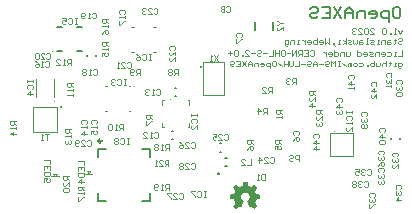
<source format=gbo>
G04*
G04 #@! TF.GenerationSoftware,Altium Limited,Altium Designer,23.6.0 (18)*
G04*
G04 Layer_Color=32896*
%FSLAX44Y44*%
%MOMM*%
G71*
G04*
G04 #@! TF.SameCoordinates,CC53E28F-54C9-42A3-9587-E9B5384F7771*
G04*
G04*
G04 #@! TF.FilePolarity,Positive*
G04*
G01*
G75*
%ADD10C,0.1000*%
%ADD13C,0.2500*%
%ADD14C,0.2000*%
G36*
X295969Y116209D02*
X295591Y116149D01*
X295452Y116050D01*
X295392Y115871D01*
X295432Y112649D01*
X295491Y112589D01*
X295809Y112509D01*
X296148Y112450D01*
X296346Y112410D01*
X296585Y112370D01*
X296983Y112290D01*
X297222Y112251D01*
X297620Y112171D01*
X297858Y112131D01*
X298057Y112092D01*
X298296Y112052D01*
X298495Y112012D01*
X298654Y111972D01*
X298773Y111893D01*
X298873Y111634D01*
X299668Y109645D01*
X299768Y109307D01*
X299728Y109227D01*
X299529Y108949D01*
X299489Y108869D01*
X299091Y108312D01*
X299052Y108233D01*
X298654Y107676D01*
X298614Y107596D01*
X298216Y107039D01*
X298176Y106960D01*
X297978Y106681D01*
X298017Y106443D01*
X300305Y104155D01*
X300424Y104115D01*
X301140Y104593D01*
X301419Y104792D01*
X301498Y104831D01*
X302055Y105229D01*
X302135Y105269D01*
X302413Y105468D01*
X302493Y105508D01*
X302572Y105587D01*
X302652Y105627D01*
X302931Y105826D01*
X303129Y105906D01*
X304442Y105269D01*
X304542Y105368D01*
X304581Y105528D01*
X304741Y105886D01*
X304820Y106085D01*
X304939Y106363D01*
X305099Y106761D01*
X305218Y107039D01*
X305298Y107238D01*
X305417Y107517D01*
X305576Y107914D01*
X305695Y108193D01*
X305775Y108392D01*
X305894Y108670D01*
X306053Y109068D01*
X306173Y109347D01*
X306252Y109546D01*
X306372Y109824D01*
X306451Y110023D01*
X306570Y110302D01*
X306809Y110898D01*
X306670Y111077D01*
X306392Y111236D01*
X305894Y111614D01*
X305715Y111793D01*
X305636Y111833D01*
X305576Y111893D01*
X305536Y111972D01*
X305377Y112131D01*
X305337Y112211D01*
X305258Y112290D01*
X305218Y112370D01*
X305059Y112609D01*
X304860Y113046D01*
X304741Y113444D01*
X304661Y113922D01*
X304621Y114200D01*
X304661Y114916D01*
X304701Y115035D01*
X304760Y115294D01*
X304800Y115453D01*
X305059Y116030D01*
X305397Y116527D01*
X305496Y116666D01*
X305914Y117084D01*
X305994Y117124D01*
X306073Y117204D01*
X306153Y117243D01*
X306232Y117323D01*
X306988Y117681D01*
X307267Y117760D01*
X307585Y117840D01*
X308102Y117880D01*
X308858Y117840D01*
X308977Y117800D01*
X309136Y117760D01*
X309395Y117661D01*
X309713Y117542D01*
X310111Y117303D01*
X310350Y117144D01*
X310409Y117084D01*
X310489Y117044D01*
X310947Y116587D01*
X310986Y116507D01*
X311265Y116110D01*
X311503Y115592D01*
X311663Y115035D01*
X311702Y114638D01*
X311742Y114359D01*
X311682Y113743D01*
X311643Y113544D01*
X311603Y113385D01*
X311444Y112947D01*
X311265Y112569D01*
X311106Y112330D01*
X311066Y112251D01*
X310947Y112131D01*
X310907Y112052D01*
X310370Y111515D01*
X310290Y111475D01*
X309733Y111077D01*
X309654Y111037D01*
X309554Y110938D01*
X309614Y110719D01*
X309753Y110381D01*
X309872Y110103D01*
X309952Y109904D01*
X310071Y109625D01*
X310230Y109227D01*
X310350Y108949D01*
X310429Y108750D01*
X310549Y108471D01*
X310708Y108074D01*
X310827Y107795D01*
X310907Y107596D01*
X311026Y107318D01*
X311106Y107119D01*
X311225Y106840D01*
X311384Y106443D01*
X311503Y106164D01*
X311583Y105965D01*
X311702Y105687D01*
X311782Y105488D01*
X311901Y105289D01*
X312001Y105269D01*
X312438Y105508D01*
X313274Y105906D01*
X313771Y105567D01*
X314248Y105249D01*
X314547Y105030D01*
X314626Y104991D01*
X314905Y104792D01*
X314984Y104752D01*
X315064Y104672D01*
X315144Y104633D01*
X315422Y104434D01*
X315501Y104394D01*
X315860Y104155D01*
X315959Y104135D01*
X316178Y104275D01*
X318346Y106443D01*
X318386Y106602D01*
X318346Y106721D01*
X317948Y107278D01*
X317908Y107358D01*
X317511Y107914D01*
X317471Y107994D01*
X317272Y108273D01*
X317232Y108352D01*
X317153Y108432D01*
X317113Y108511D01*
X316914Y108790D01*
X316874Y108869D01*
X316595Y109267D01*
X316635Y109546D01*
X316794Y109904D01*
X317511Y111694D01*
X317670Y111972D01*
X318266Y112092D01*
X318505Y112131D01*
X318903Y112211D01*
X319142Y112251D01*
X319340Y112290D01*
X319579Y112330D01*
X319977Y112410D01*
X320216Y112450D01*
X320415Y112489D01*
X320653Y112529D01*
X320812Y112569D01*
X320932Y112649D01*
X320892Y116070D01*
X320832Y116130D01*
X320156Y116249D01*
X319997Y116289D01*
X319718Y116328D01*
X319559Y116368D01*
X319082Y116448D01*
X318923Y116488D01*
X318644Y116527D01*
X318485Y116567D01*
X318008Y116647D01*
X317849Y116686D01*
X317590Y116746D01*
X317511Y116826D01*
X316556Y119053D01*
X316516Y119213D01*
X316556Y119372D01*
X316954Y119929D01*
X316993Y120008D01*
X317391Y120565D01*
X317431Y120645D01*
X317630Y120923D01*
X317670Y121003D01*
X317749Y121082D01*
X317789Y121162D01*
X317988Y121440D01*
X318028Y121520D01*
X318386Y122037D01*
X318346Y122236D01*
X316019Y124563D01*
X315820Y124523D01*
X315541Y124325D01*
X315462Y124285D01*
X315382Y124205D01*
X315303Y124165D01*
X315024Y123967D01*
X314945Y123927D01*
X314388Y123529D01*
X314308Y123489D01*
X313751Y123091D01*
X313671Y123052D01*
X313115Y122654D01*
X312796Y122694D01*
X312438Y122853D01*
X311842Y123091D01*
X311563Y123211D01*
X311165Y123370D01*
X310887Y123489D01*
X310608Y123648D01*
X310549Y123827D01*
X310509Y124106D01*
X310469Y124265D01*
X310429Y124543D01*
X310389Y124703D01*
X310310Y125180D01*
X310270Y125339D01*
X310230Y125618D01*
X310191Y125777D01*
X310111Y126254D01*
X310071Y126413D01*
X309992Y126890D01*
X309872Y127089D01*
X306511Y127109D01*
X306372Y126970D01*
X306312Y126552D01*
X306272Y126353D01*
X306232Y126115D01*
X306153Y125717D01*
X306113Y125478D01*
X306033Y125080D01*
X305994Y124842D01*
X305954Y124643D01*
X305914Y124404D01*
X305835Y124006D01*
X305795Y123768D01*
X305735Y123628D01*
X305675Y123569D01*
X305278Y123410D01*
X304999Y123290D01*
X304402Y123052D01*
X304124Y122932D01*
X303726Y122773D01*
X303448Y122654D01*
X303209Y122694D01*
X302931Y122892D01*
X302851Y122932D01*
X302294Y123330D01*
X302214Y123370D01*
X301657Y123768D01*
X301578Y123807D01*
X301021Y124205D01*
X300941Y124245D01*
X300464Y124563D01*
X300305Y124523D01*
X297978Y122196D01*
X298017Y121958D01*
X298097Y121878D01*
X298137Y121798D01*
X298336Y121520D01*
X298375Y121440D01*
X298773Y120883D01*
X298813Y120804D01*
X299211Y120247D01*
X299251Y120167D01*
X299648Y119610D01*
X299688Y119531D01*
X299847Y119292D01*
X299808Y119053D01*
X299648Y118695D01*
X298932Y117025D01*
X298773Y116746D01*
X298614Y116706D01*
X298375Y116666D01*
X297978Y116587D01*
X297739Y116547D01*
X297341Y116468D01*
X297102Y116428D01*
X296903Y116388D01*
X296665Y116348D01*
X296267Y116269D01*
X296028Y116229D01*
X296008Y116209D01*
X295969D01*
D02*
G37*
D10*
X146750Y195249D02*
G03*
X146750Y195249I-500J0D01*
G01*
X208552Y236954D02*
G03*
X208552Y236954I-500J0D01*
G01*
X244700Y196600D02*
G03*
X244700Y196600I-500J0D01*
G01*
X214750Y207750D02*
G03*
X214750Y207750I-500J0D01*
G01*
X145300Y237500D02*
G03*
X145300Y237500I-500J0D01*
G01*
X383800Y170000D02*
G03*
X383800Y170000I-100J0D01*
G01*
X271900Y200600D02*
Y228400D01*
X289700D01*
X271900Y200600D02*
X289700D01*
Y228400D01*
X128000Y169250D02*
X149000D01*
X128000D02*
Y190250D01*
X149000D01*
Y169250D02*
Y190250D01*
X146250Y198749D02*
Y214249D01*
X130750Y198749D02*
Y214249D01*
X229852Y257954D02*
X232552D01*
X211552D02*
X214252D01*
X229852Y236954D02*
X232552D01*
X211552D02*
X214252D01*
X237754Y196072D02*
X239254D01*
X259254D02*
X260754D01*
X237754Y173072D02*
X239254D01*
X259254D02*
X260754D01*
X237754Y192372D02*
Y196072D01*
Y173072D02*
Y176772D01*
X260754Y192372D02*
Y196072D01*
Y173072D02*
Y176772D01*
X189750Y186750D02*
X190700D01*
X209800D02*
X210750D01*
X189750Y207750D02*
X190700D01*
X209800D02*
X210750D01*
X379645Y168749D02*
X399645D01*
X379645Y148749D02*
Y168749D01*
Y148749D02*
X399645D01*
Y168749D01*
X144000Y131700D02*
X150000D01*
X145500Y133700D02*
X147000Y131700D01*
X148500Y133700D01*
X145500D02*
X148500D01*
X172500Y133750D02*
X178500D01*
X174000Y135750D02*
X175500Y133750D01*
X177000Y135750D01*
X174000D02*
X177000D01*
X440500Y238598D02*
Y233600D01*
X437168D01*
X435502D02*
X433835D01*
X434669D01*
Y236932D01*
X435502D01*
X428004D02*
X430503D01*
X431336Y236099D01*
Y234433D01*
X430503Y233600D01*
X428004D01*
X423839D02*
X425505D01*
X426338Y234433D01*
Y236099D01*
X425505Y236932D01*
X423839D01*
X423006Y236099D01*
Y235266D01*
X426338D01*
X421340Y233600D02*
Y236932D01*
X418840D01*
X418007Y236099D01*
Y233600D01*
X416341D02*
X413842D01*
X413009Y234433D01*
X413842Y235266D01*
X415508D01*
X416341Y236099D01*
X415508Y236932D01*
X413009D01*
X408844Y233600D02*
X410510D01*
X411343Y234433D01*
Y236099D01*
X410510Y236932D01*
X408844D01*
X408011Y236099D01*
Y235266D01*
X411343D01*
X403012Y238598D02*
Y233600D01*
X405511D01*
X406344Y234433D01*
Y236099D01*
X405511Y236932D01*
X403012D01*
X396348D02*
Y234433D01*
X395515Y233600D01*
X393016D01*
Y236932D01*
X391349Y233600D02*
Y236932D01*
X388850D01*
X388017Y236099D01*
Y233600D01*
X383019Y238598D02*
Y233600D01*
X385518D01*
X386351Y234433D01*
Y236099D01*
X385518Y236932D01*
X383019D01*
X378853Y233600D02*
X380520D01*
X381353Y234433D01*
Y236099D01*
X380520Y236932D01*
X378853D01*
X378020Y236099D01*
Y235266D01*
X381353D01*
X376354Y236932D02*
Y233600D01*
Y235266D01*
X375521Y236099D01*
X374688Y236932D01*
X373855D01*
X363025Y237765D02*
X363858Y238598D01*
X365524D01*
X366358Y237765D01*
Y234433D01*
X365524Y233600D01*
X363858D01*
X363025Y234433D01*
X358027Y238598D02*
X361359D01*
Y233600D01*
X358027D01*
X361359Y236099D02*
X359693D01*
X356361Y233600D02*
Y238598D01*
X353862D01*
X353029Y237765D01*
Y236099D01*
X353862Y235266D01*
X356361D01*
X354695D02*
X353029Y233600D01*
X351362D02*
Y238598D01*
X348030Y233600D01*
Y238598D01*
X346364Y236099D02*
X343032D01*
X338867Y238598D02*
X340533D01*
X341366Y237765D01*
Y234433D01*
X340533Y233600D01*
X338867D01*
X338033Y234433D01*
Y237765D01*
X338867Y238598D01*
X336367D02*
Y233600D01*
Y236099D01*
X333035D01*
Y238598D01*
Y233600D01*
X331369Y238598D02*
Y233600D01*
X328037D01*
X326371Y236099D02*
X323038D01*
X318040Y237765D02*
X318873Y238598D01*
X320539D01*
X321372Y237765D01*
Y236932D01*
X320539Y236099D01*
X318873D01*
X318040Y235266D01*
Y234433D01*
X318873Y233600D01*
X320539D01*
X321372Y234433D01*
X316374Y236099D02*
X313042D01*
X308043Y233600D02*
X311376D01*
X308043Y236932D01*
Y237765D01*
X308876Y238598D01*
X310543D01*
X311376Y237765D01*
X306377Y233600D02*
Y234433D01*
X305544D01*
Y233600D01*
X306377D01*
X302212Y237765D02*
X301379Y238598D01*
X299713D01*
X298880Y237765D01*
Y234433D01*
X299713Y233600D01*
X301379D01*
X302212Y234433D01*
Y237765D01*
X297213Y236099D02*
X293881D01*
X295547Y237765D02*
Y234433D01*
X437168Y247831D02*
X438001Y248664D01*
X439667D01*
X440500Y247831D01*
Y246998D01*
X439667Y246165D01*
X438001D01*
X437168Y245332D01*
Y244499D01*
X438001Y243666D01*
X439667D01*
X440500Y244499D01*
X434669Y247831D02*
Y246998D01*
X435502D01*
X433835D01*
X434669D01*
Y244499D01*
X433835Y243666D01*
X430503Y246998D02*
X428837D01*
X428004Y246165D01*
Y243666D01*
X430503D01*
X431336Y244499D01*
X430503Y245332D01*
X428004D01*
X426338Y243666D02*
Y246998D01*
X423839D01*
X423006Y246165D01*
Y243666D01*
X421340D02*
X419674D01*
X420507D01*
Y246998D01*
X421340D01*
X417174Y243666D02*
X414675D01*
X413842Y244499D01*
X414675Y245332D01*
X416341D01*
X417174Y246165D01*
X416341Y246998D01*
X413842D01*
X412176Y243666D02*
X410510D01*
X411343D01*
Y248664D01*
X412176D01*
X407178Y246998D02*
X405511D01*
X404678Y246165D01*
Y243666D01*
X407178D01*
X408011Y244499D01*
X407178Y245332D01*
X404678D01*
X403012Y246998D02*
Y244499D01*
X402179Y243666D01*
X401346Y244499D01*
X400513Y243666D01*
X399680Y244499D01*
Y246998D01*
X398014Y243666D02*
X395515D01*
X394682Y244499D01*
X395515Y245332D01*
X397181D01*
X398014Y246165D01*
X397181Y246998D01*
X394682D01*
X393016Y243666D02*
Y248664D01*
Y245332D02*
X390516Y246998D01*
X393016Y245332D02*
X390516Y243666D01*
X388017D02*
X386351D01*
X387184D01*
Y246998D01*
X388017D01*
X383019Y242833D02*
X382186Y243666D01*
Y244499D01*
X383019D01*
Y243666D01*
X382186D01*
X383019Y242833D01*
X383852Y242000D01*
X378853Y248664D02*
Y243666D01*
X377187Y245332D01*
X375521Y243666D01*
Y248664D01*
X371356Y243666D02*
X373022D01*
X373855Y244499D01*
Y246165D01*
X373022Y246998D01*
X371356D01*
X370523Y246165D01*
Y245332D01*
X373855D01*
X368857Y248664D02*
Y243666D01*
X366357D01*
X365524Y244499D01*
Y245332D01*
Y246165D01*
X366357Y246998D01*
X368857D01*
X361359Y243666D02*
X363025D01*
X363858Y244499D01*
Y246165D01*
X363025Y246998D01*
X361359D01*
X360526Y246165D01*
Y245332D01*
X363858D01*
X358860Y246998D02*
Y243666D01*
Y245332D01*
X358027Y246165D01*
X357194Y246998D01*
X356361D01*
X353862Y243666D02*
X352196D01*
X353029D01*
Y246998D01*
X353862D01*
X349696Y243666D02*
Y246998D01*
X347197D01*
X346364Y246165D01*
Y243666D01*
X343032Y242000D02*
X342199D01*
X341366Y242833D01*
Y246998D01*
X343865D01*
X344698Y246165D01*
Y244499D01*
X343865Y243666D01*
X341366D01*
X438834Y223000D02*
X438001D01*
X437168Y223833D01*
Y227998D01*
X439667D01*
X440500Y227165D01*
Y225499D01*
X439667Y224666D01*
X437168D01*
X435502D02*
X433835D01*
X434669D01*
Y227998D01*
X435502D01*
X430503Y228831D02*
Y227998D01*
X431336D01*
X429670D01*
X430503D01*
Y225499D01*
X429670Y224666D01*
X427171Y229664D02*
Y224666D01*
Y227165D01*
X426338Y227998D01*
X424672D01*
X423839Y227165D01*
Y224666D01*
X422173Y227998D02*
Y225499D01*
X421340Y224666D01*
X418840D01*
Y227998D01*
X417174Y229664D02*
Y224666D01*
X414675D01*
X413842Y225499D01*
Y226332D01*
Y227165D01*
X414675Y227998D01*
X417174D01*
X412176Y224666D02*
Y225499D01*
X411343D01*
Y224666D01*
X412176D01*
X404678Y227998D02*
X407178D01*
X408011Y227165D01*
Y225499D01*
X407178Y224666D01*
X404678D01*
X402179D02*
X400513D01*
X399680Y225499D01*
Y227165D01*
X400513Y227998D01*
X402179D01*
X403012Y227165D01*
Y225499D01*
X402179Y224666D01*
X398014D02*
Y227998D01*
X397181D01*
X396348Y227165D01*
Y224666D01*
Y227165D01*
X395515Y227998D01*
X394682Y227165D01*
Y224666D01*
X393016D02*
X389683Y227998D01*
X388017Y229664D02*
X386351D01*
X387184D01*
Y224666D01*
X388017D01*
X386351D01*
X383852D02*
Y229664D01*
X382186Y227998D01*
X380520Y229664D01*
Y224666D01*
X375521Y228831D02*
X376354Y229664D01*
X378020D01*
X378853Y228831D01*
Y227998D01*
X378020Y227165D01*
X376354D01*
X375521Y226332D01*
Y225499D01*
X376354Y224666D01*
X378020D01*
X378853Y225499D01*
X373855Y227165D02*
X370523D01*
X368857Y224666D02*
Y227998D01*
X367191Y229664D01*
X365524Y227998D01*
Y224666D01*
Y227165D01*
X368857D01*
X360526Y228831D02*
X361359Y229664D01*
X363025D01*
X363858Y228831D01*
Y227998D01*
X363025Y227165D01*
X361359D01*
X360526Y226332D01*
Y225499D01*
X361359Y224666D01*
X363025D01*
X363858Y225499D01*
X358860Y227165D02*
X355528D01*
X353862Y229664D02*
Y224666D01*
X350529D01*
X348863Y229664D02*
Y225499D01*
X348030Y224666D01*
X346364D01*
X345531Y225499D01*
Y229664D01*
X343865D02*
Y224666D01*
Y227165D01*
X340533D01*
Y229664D01*
Y224666D01*
X338867D02*
X335534Y227998D01*
X331369Y229664D02*
X333035D01*
X333868Y228831D01*
Y225499D01*
X333035Y224666D01*
X331369D01*
X330536Y225499D01*
Y228831D01*
X331369Y229664D01*
X328870Y223000D02*
Y227998D01*
X326371D01*
X325538Y227165D01*
Y225499D01*
X326371Y224666D01*
X328870D01*
X321372D02*
X323038D01*
X323871Y225499D01*
Y227165D01*
X323038Y227998D01*
X321372D01*
X320539Y227165D01*
Y226332D01*
X323871D01*
X318873Y224666D02*
Y227998D01*
X316374D01*
X315541Y227165D01*
Y224666D01*
X313875D02*
Y227998D01*
X312209Y229664D01*
X310543Y227998D01*
Y224666D01*
Y227165D01*
X313875D01*
X308876Y229664D02*
X305544Y224666D01*
Y229664D02*
X308876Y224666D01*
X300546Y229664D02*
X303878D01*
Y224666D01*
X300546D01*
X303878Y227165D02*
X302212D01*
X295547Y228831D02*
X296380Y229664D01*
X298046D01*
X298880Y228831D01*
Y227998D01*
X298046Y227165D01*
X296380D01*
X295547Y226332D01*
Y225499D01*
X296380Y224666D01*
X298046D01*
X298880Y225499D01*
X440500Y255665D02*
X438834Y252333D01*
X437168Y255665D01*
X435502Y252333D02*
X433835D01*
X434669D01*
Y257331D01*
X435502Y256498D01*
X431336Y252333D02*
Y253166D01*
X430503D01*
Y252333D01*
X431336D01*
X427171Y256498D02*
X426338Y257331D01*
X424672D01*
X423839Y256498D01*
Y253166D01*
X424672Y252333D01*
X426338D01*
X427171Y253166D01*
Y256498D01*
X413842Y252333D02*
X417174D01*
X413842Y255665D01*
Y256498D01*
X414675Y257331D01*
X416341D01*
X417174Y256498D01*
X412176D02*
X411343Y257331D01*
X409677D01*
X408844Y256498D01*
Y253166D01*
X409677Y252333D01*
X411343D01*
X412176Y253166D01*
Y256498D01*
X403845Y252333D02*
X407178D01*
X403845Y255665D01*
Y256498D01*
X404678Y257331D01*
X406344D01*
X407178Y256498D01*
X402179D02*
X401346Y257331D01*
X399680D01*
X398847Y256498D01*
Y255665D01*
X399680Y254832D01*
X400513D01*
X399680D01*
X398847Y253999D01*
Y253166D01*
X399680Y252333D01*
X401346D01*
X402179Y253166D01*
X269900Y224400D02*
Y225233D01*
X270733D01*
Y224400D01*
X269900D01*
X152100Y190250D02*
Y191083D01*
X151267D01*
Y190250D01*
X152100D01*
X312800Y146298D02*
Y141300D01*
X309468D01*
X304469D02*
X307802D01*
X304469Y144632D01*
Y145465D01*
X305303Y146298D01*
X306969D01*
X307802Y145465D01*
X324760Y133498D02*
Y128500D01*
X322261D01*
X321428Y129333D01*
Y132665D01*
X322261Y133498D01*
X324760D01*
X319762Y128500D02*
X318095D01*
X318929D01*
Y133498D01*
X319762Y132665D01*
X274500Y119198D02*
X272834D01*
X273667D01*
Y114200D01*
X274500D01*
X272834D01*
X267002Y118365D02*
X267836Y119198D01*
X269502D01*
X270335Y118365D01*
Y115033D01*
X269502Y114200D01*
X267836D01*
X267002Y115033D01*
X265336Y119198D02*
X262004D01*
Y118365D01*
X265336Y115033D01*
Y114200D01*
X158900Y132000D02*
X153902D01*
Y129501D01*
X154735Y128668D01*
X156401D01*
X157234Y129501D01*
Y132000D01*
Y130334D02*
X158900Y128668D01*
Y123669D02*
Y127002D01*
X155568Y123669D01*
X154735D01*
X153902Y124502D01*
Y126169D01*
X154735Y127002D01*
Y122003D02*
X153902Y121170D01*
Y119504D01*
X154735Y118671D01*
X158067D01*
X158900Y119504D01*
Y121170D01*
X158067Y122003D01*
X154735D01*
X326600Y184100D02*
Y189098D01*
X324101D01*
X323268Y188265D01*
Y186599D01*
X324101Y185766D01*
X326600D01*
X324934D02*
X323268Y184100D01*
X319102D02*
Y189098D01*
X321602Y186599D01*
X318269D01*
X141800Y167098D02*
X138468D01*
X140134D01*
Y162100D01*
X136802D02*
X135135D01*
X135969D01*
Y167098D01*
X136802Y166265D01*
X285000Y234526D02*
X281668Y229527D01*
Y234526D02*
X285000Y229527D01*
X280002D02*
X278335D01*
X279169D01*
Y234526D01*
X280002Y233693D01*
X314900Y162600D02*
X309902D01*
Y160101D01*
X310735Y159268D01*
X312401D01*
X313234Y160101D01*
Y162600D01*
Y160934D02*
X314900Y159268D01*
X309902Y154269D02*
X310735Y155935D01*
X312401Y157602D01*
X314067D01*
X314900Y156769D01*
Y155103D01*
X314067Y154269D01*
X313234D01*
X312401Y155103D01*
Y157602D01*
X338500Y162700D02*
X333502D01*
Y160201D01*
X334335Y159368D01*
X336001D01*
X336834Y160201D01*
Y162700D01*
Y161034D02*
X338500Y159368D01*
X333502Y154369D02*
Y157702D01*
X336001D01*
X335168Y156035D01*
Y155203D01*
X336001Y154369D01*
X337667D01*
X338500Y155203D01*
Y156869D01*
X337667Y157702D01*
X367000Y204000D02*
X362002D01*
Y201501D01*
X362835Y200668D01*
X364501D01*
X365334Y201501D01*
Y204000D01*
Y202334D02*
X367000Y200668D01*
Y195669D02*
Y199002D01*
X363668Y195669D01*
X362835D01*
X362002Y196502D01*
Y198169D01*
X362835Y199002D01*
X367000Y191504D02*
X362002D01*
X364501Y194003D01*
Y190671D01*
X353200Y144500D02*
Y149498D01*
X350701D01*
X349868Y148665D01*
Y146999D01*
X350701Y146166D01*
X353200D01*
X344869Y148665D02*
X345703Y149498D01*
X347369D01*
X348202Y148665D01*
Y147832D01*
X347369Y146999D01*
X345703D01*
X344869Y146166D01*
Y145333D01*
X345703Y144500D01*
X347369D01*
X348202Y145333D01*
X372900Y187400D02*
X367902D01*
Y184901D01*
X368735Y184068D01*
X370401D01*
X371234Y184901D01*
Y187400D01*
Y185734D02*
X372900Y184068D01*
Y179069D02*
Y182402D01*
X369568Y179069D01*
X368735D01*
X367902Y179902D01*
Y181569D01*
X368735Y182402D01*
Y177403D02*
X367902Y176570D01*
Y174904D01*
X368735Y174071D01*
X369568D01*
X370401Y174904D01*
Y175737D01*
Y174904D01*
X371234Y174071D01*
X372067D01*
X372900Y174904D01*
Y176570D01*
X372067Y177403D01*
X385635Y194768D02*
X384802Y195601D01*
Y197267D01*
X385635Y198100D01*
X388967D01*
X389800Y197267D01*
Y195601D01*
X388967Y194768D01*
X389800Y190602D02*
X384802D01*
X387301Y193102D01*
Y189769D01*
X385635Y188103D02*
X384802Y187270D01*
Y185604D01*
X385635Y184771D01*
X386468D01*
X387301Y185604D01*
Y186437D01*
Y185604D01*
X388134Y184771D01*
X388967D01*
X389800Y185604D01*
Y187270D01*
X388967Y188103D01*
X366185Y163737D02*
X365352Y164570D01*
Y166236D01*
X366185Y167069D01*
X369517D01*
X370350Y166236D01*
Y164570D01*
X369517Y163737D01*
X370350Y159572D02*
X365352D01*
X367851Y162071D01*
Y158739D01*
X370350Y154573D02*
X365352D01*
X367851Y157073D01*
Y153741D01*
X393672Y186811D02*
Y185145D01*
Y185978D01*
X398670D01*
Y186811D01*
Y185145D01*
X394505Y179313D02*
X393672Y180146D01*
Y181812D01*
X394505Y182646D01*
X397837D01*
X398670Y181812D01*
Y180146D01*
X397837Y179313D01*
X398670Y177647D02*
Y175981D01*
Y176814D01*
X393672D01*
X394505Y177647D01*
X398670Y170150D02*
Y173482D01*
X395338Y170150D01*
X394505D01*
X393672Y170983D01*
Y172649D01*
X394505Y173482D01*
X351295Y209750D02*
Y214748D01*
X348795D01*
X347962Y213915D01*
Y212249D01*
X348795Y211416D01*
X351295D01*
X349628D02*
X347962Y209750D01*
X346296Y213915D02*
X345463Y214748D01*
X343797D01*
X342964Y213915D01*
Y213082D01*
X343797Y212249D01*
X344630D01*
X343797D01*
X342964Y211416D01*
Y210583D01*
X343797Y209750D01*
X345463D01*
X346296Y210583D01*
X330900Y202200D02*
Y207198D01*
X328401D01*
X327568Y206365D01*
Y204699D01*
X328401Y203866D01*
X330900D01*
X329234D02*
X327568Y202200D01*
X322569D02*
X325902D01*
X322569Y205532D01*
Y206365D01*
X323402Y207198D01*
X325069D01*
X325902Y206365D01*
X396235Y213968D02*
X395402Y214801D01*
Y216467D01*
X396235Y217300D01*
X399567D01*
X400400Y216467D01*
Y214801D01*
X399567Y213968D01*
X400400Y209802D02*
X395402D01*
X397901Y212302D01*
Y208969D01*
X400400Y207303D02*
Y205637D01*
Y206470D01*
X395402D01*
X396235Y207303D01*
X415035Y208368D02*
X414202Y209201D01*
Y210867D01*
X415035Y211700D01*
X418367D01*
X419200Y210867D01*
Y209201D01*
X418367Y208368D01*
X419200Y204202D02*
X414202D01*
X416701Y206702D01*
Y203369D01*
X419200Y198371D02*
Y201703D01*
X415868Y198371D01*
X415035D01*
X414202Y199204D01*
Y200870D01*
X415035Y201703D01*
X410968Y137065D02*
X411801Y137898D01*
X413467D01*
X414300Y137065D01*
Y133733D01*
X413467Y132900D01*
X411801D01*
X410968Y133733D01*
X409302Y137065D02*
X408469Y137898D01*
X406802D01*
X405969Y137065D01*
Y136232D01*
X406802Y135399D01*
X407635D01*
X406802D01*
X405969Y134566D01*
Y133733D01*
X406802Y132900D01*
X408469D01*
X409302Y133733D01*
X400971Y137898D02*
X404303D01*
Y135399D01*
X402637Y136232D01*
X401804D01*
X400971Y135399D01*
Y133733D01*
X401804Y132900D01*
X403470D01*
X404303Y133733D01*
X413835Y114568D02*
X413002Y115401D01*
Y117067D01*
X413835Y117900D01*
X417167D01*
X418000Y117067D01*
Y115401D01*
X417167Y114568D01*
X413835Y112902D02*
X413002Y112069D01*
Y110402D01*
X413835Y109569D01*
X414668D01*
X415501Y110402D01*
Y111236D01*
Y110402D01*
X416334Y109569D01*
X417167D01*
X418000Y110402D01*
Y112069D01*
X417167Y112902D01*
X413002Y107903D02*
Y104571D01*
X413835D01*
X417167Y107903D01*
X418000D01*
X407235Y182768D02*
X406402Y183601D01*
Y185267D01*
X407235Y186100D01*
X410567D01*
X411400Y185267D01*
Y183601D01*
X410567Y182768D01*
X407235Y181102D02*
X406402Y180269D01*
Y178603D01*
X407235Y177769D01*
X408068D01*
X408901Y178603D01*
Y179436D01*
Y178603D01*
X409734Y177769D01*
X410567D01*
X411400Y178603D01*
Y180269D01*
X410567Y181102D01*
Y176103D02*
X411400Y175270D01*
Y173604D01*
X410567Y172771D01*
X407235D01*
X406402Y173604D01*
Y175270D01*
X407235Y176103D01*
X408068D01*
X408901Y175270D01*
Y172771D01*
X421035Y135368D02*
X420202Y136201D01*
Y137867D01*
X421035Y138700D01*
X424367D01*
X425200Y137867D01*
Y136201D01*
X424367Y135368D01*
X421035Y133702D02*
X420202Y132869D01*
Y131202D01*
X421035Y130369D01*
X421868D01*
X422701Y131202D01*
Y132036D01*
Y131202D01*
X423534Y130369D01*
X424367D01*
X425200Y131202D01*
Y132869D01*
X424367Y133702D01*
X421035Y128703D02*
X420202Y127870D01*
Y126204D01*
X421035Y125371D01*
X421868D01*
X422701Y126204D01*
Y127037D01*
Y126204D01*
X423534Y125371D01*
X424367D01*
X425200Y126204D01*
Y127870D01*
X424367Y128703D01*
X421035Y150168D02*
X420202Y151001D01*
Y152667D01*
X421035Y153500D01*
X424367D01*
X425200Y152667D01*
Y151001D01*
X424367Y150168D01*
X421035Y148502D02*
X420202Y147669D01*
Y146003D01*
X421035Y145169D01*
X421868D01*
X422701Y146003D01*
Y146835D01*
Y146003D01*
X423534Y145169D01*
X424367D01*
X425200Y146003D01*
Y147669D01*
X424367Y148502D01*
X420202Y140171D02*
X421035Y141837D01*
X422701Y143503D01*
X424367D01*
X425200Y142670D01*
Y141004D01*
X424367Y140171D01*
X423534D01*
X422701Y141004D01*
Y143503D01*
X408268Y127065D02*
X409101Y127898D01*
X410767D01*
X411600Y127065D01*
Y123733D01*
X410767Y122900D01*
X409101D01*
X408268Y123733D01*
X406602Y127065D02*
X405769Y127898D01*
X404102D01*
X403269Y127065D01*
Y126232D01*
X404102Y125399D01*
X404935D01*
X404102D01*
X403269Y124566D01*
Y123733D01*
X404102Y122900D01*
X405769D01*
X406602Y123733D01*
X401603Y127065D02*
X400770Y127898D01*
X399104D01*
X398271Y127065D01*
Y126232D01*
X399104Y125399D01*
X398271Y124566D01*
Y123733D01*
X399104Y122900D01*
X400770D01*
X401603Y123733D01*
Y124566D01*
X400770Y125399D01*
X401603Y126232D01*
Y127065D01*
X400770Y125399D02*
X399104D01*
X422235Y168868D02*
X421402Y169701D01*
Y171367D01*
X422235Y172200D01*
X425567D01*
X426400Y171367D01*
Y169701D01*
X425567Y168868D01*
X426400Y164702D02*
X421402D01*
X423901Y167202D01*
Y163869D01*
X422235Y162203D02*
X421402Y161370D01*
Y159704D01*
X422235Y158871D01*
X425567D01*
X426400Y159704D01*
Y161370D01*
X425567Y162203D01*
X422235D01*
X436135Y120868D02*
X435302Y121701D01*
Y123367D01*
X436135Y124200D01*
X439467D01*
X440300Y123367D01*
Y121701D01*
X439467Y120868D01*
X436135Y119202D02*
X435302Y118369D01*
Y116702D01*
X436135Y115869D01*
X436968D01*
X437801Y116702D01*
Y117535D01*
Y116702D01*
X438634Y115869D01*
X439467D01*
X440300Y116702D01*
Y118369D01*
X439467Y119202D01*
X440300Y111704D02*
X435302D01*
X437801Y114203D01*
Y110871D01*
X204200Y170900D02*
Y175898D01*
X201701D01*
X200868Y175065D01*
Y173399D01*
X201701Y172566D01*
X204200D01*
X202534D02*
X200868Y170900D01*
X199202D02*
X197535D01*
X198369D01*
Y175898D01*
X199202Y175065D01*
X195036D02*
X194203Y175898D01*
X192537D01*
X191704Y175065D01*
Y171733D01*
X192537Y170900D01*
X194203D01*
X195036Y171733D01*
Y175065D01*
X219200Y217400D02*
Y222398D01*
X216701D01*
X215868Y221565D01*
Y219899D01*
X216701Y219066D01*
X219200D01*
X217534D02*
X215868Y217400D01*
X214202Y218233D02*
X213369Y217400D01*
X211702D01*
X210869Y218233D01*
Y221565D01*
X211702Y222398D01*
X213369D01*
X214202Y221565D01*
Y220732D01*
X213369Y219899D01*
X210869D01*
X433235Y148468D02*
X432402Y149301D01*
Y150967D01*
X433235Y151800D01*
X436567D01*
X437400Y150967D01*
Y149301D01*
X436567Y148468D01*
X433235Y146802D02*
X432402Y145969D01*
Y144303D01*
X433235Y143469D01*
X434068D01*
X434901Y144303D01*
Y145135D01*
Y144303D01*
X435734Y143469D01*
X436567D01*
X437400Y144303D01*
Y145969D01*
X436567Y146802D01*
X437400Y138471D02*
Y141803D01*
X434068Y138471D01*
X433235D01*
X432402Y139304D01*
Y140970D01*
X433235Y141803D01*
X427735Y215768D02*
X426902Y216601D01*
Y218267D01*
X427735Y219100D01*
X431067D01*
X431900Y218267D01*
Y216601D01*
X431067Y215768D01*
X427735Y214102D02*
X426902Y213269D01*
Y211602D01*
X427735Y210769D01*
X428568D01*
X429401Y211602D01*
Y212435D01*
Y211602D01*
X430234Y210769D01*
X431067D01*
X431900Y211602D01*
Y213269D01*
X431067Y214102D01*
X431900Y209103D02*
Y207437D01*
Y208270D01*
X426902D01*
X427735Y209103D01*
X436435Y209668D02*
X435602Y210501D01*
Y212167D01*
X436435Y213000D01*
X439767D01*
X440600Y212167D01*
Y210501D01*
X439767Y209668D01*
X436435Y208002D02*
X435602Y207169D01*
Y205502D01*
X436435Y204669D01*
X437268D01*
X438101Y205502D01*
Y206336D01*
Y205502D01*
X438934Y204669D01*
X439767D01*
X440600Y205502D01*
Y207169D01*
X439767Y208002D01*
X436435Y203003D02*
X435602Y202170D01*
Y200504D01*
X436435Y199671D01*
X439767D01*
X440600Y200504D01*
Y202170D01*
X439767Y203003D01*
X436435D01*
X207300Y214298D02*
X205634D01*
X206467D01*
Y209300D01*
X207300D01*
X205634D01*
X199802Y213465D02*
X200636Y214298D01*
X202302D01*
X203135Y213465D01*
Y210133D01*
X202302Y209300D01*
X200636D01*
X199802Y210133D01*
X198136Y213465D02*
X197303Y214298D01*
X195637D01*
X194804Y213465D01*
Y212632D01*
X195637Y211799D01*
X196470D01*
X195637D01*
X194804Y210966D01*
Y210133D01*
X195637Y209300D01*
X197303D01*
X198136Y210133D01*
X178235Y176268D02*
X177402Y177101D01*
Y178767D01*
X178235Y179600D01*
X181567D01*
X182400Y178767D01*
Y177101D01*
X181567Y176268D01*
X182400Y174602D02*
Y172936D01*
Y173769D01*
X177402D01*
X178235Y174602D01*
X177402Y167104D02*
Y170436D01*
X179901D01*
X179068Y168770D01*
Y167937D01*
X179901Y167104D01*
X181567D01*
X182400Y167937D01*
Y169603D01*
X181567Y170436D01*
X169635Y175968D02*
X168802Y176801D01*
Y178467D01*
X169635Y179300D01*
X172967D01*
X173800Y178467D01*
Y176801D01*
X172967Y175968D01*
X173800Y174302D02*
Y172635D01*
Y173469D01*
X168802D01*
X169635Y174302D01*
X173800Y167637D02*
X168802D01*
X171301Y170136D01*
Y166804D01*
X139768Y234965D02*
X140601Y235798D01*
X142267D01*
X143100Y234965D01*
Y231633D01*
X142267Y230800D01*
X140601D01*
X139768Y231633D01*
X134769Y230800D02*
X138102D01*
X134769Y234132D01*
Y234965D01*
X135602Y235798D01*
X137269D01*
X138102Y234965D01*
X133103D02*
X132270Y235798D01*
X130604D01*
X129771Y234965D01*
Y231633D01*
X130604Y230800D01*
X132270D01*
X133103Y231633D01*
Y234965D01*
X202335Y269068D02*
X201502Y269901D01*
Y271567D01*
X202335Y272400D01*
X205667D01*
X206500Y271567D01*
Y269901D01*
X205667Y269068D01*
X206500Y267402D02*
Y265735D01*
Y266569D01*
X201502D01*
X202335Y267402D01*
X201502Y263236D02*
Y259904D01*
X202335D01*
X205667Y263236D01*
X206500D01*
X178168Y269465D02*
X179001Y270298D01*
X180667D01*
X181500Y269465D01*
Y266133D01*
X180667Y265300D01*
X179001D01*
X178168Y266133D01*
X176502Y265300D02*
X174835D01*
X175669D01*
Y270298D01*
X176502Y269465D01*
X172336Y266133D02*
X171503Y265300D01*
X169837D01*
X169004Y266133D01*
Y269465D01*
X169837Y270298D01*
X171503D01*
X172336Y269465D01*
Y268632D01*
X171503Y267799D01*
X169004D01*
X178968Y221265D02*
X179801Y222098D01*
X181467D01*
X182300Y221265D01*
Y217933D01*
X181467Y217100D01*
X179801D01*
X178968Y217933D01*
X177302Y217100D02*
X175636D01*
X176469D01*
Y222098D01*
X177302Y221265D01*
X173136D02*
X172303Y222098D01*
X170637D01*
X169804Y221265D01*
Y220432D01*
X170637Y219599D01*
X169804Y218766D01*
Y217933D01*
X170637Y217100D01*
X172303D01*
X173136Y217933D01*
Y218766D01*
X172303Y219599D01*
X173136Y220432D01*
Y221265D01*
X172303Y219599D02*
X170637D01*
X191700Y264500D02*
X186702D01*
Y262001D01*
X187535Y261168D01*
X189201D01*
X190034Y262001D01*
Y264500D01*
Y262834D02*
X191700Y261168D01*
Y259502D02*
Y257836D01*
Y258669D01*
X186702D01*
X187535Y259502D01*
X186702Y252004D02*
X187535Y253670D01*
X189201Y255336D01*
X190867D01*
X191700Y254503D01*
Y252837D01*
X190867Y252004D01*
X190034D01*
X189201Y252837D01*
Y255336D01*
X192180Y245640D02*
X187182D01*
Y243141D01*
X188015Y242308D01*
X189681D01*
X190514Y243141D01*
Y245640D01*
Y243974D02*
X192180Y242308D01*
Y240642D02*
Y238976D01*
Y239809D01*
X187182D01*
X188015Y240642D01*
X187182Y233144D02*
Y236476D01*
X189681D01*
X188848Y234810D01*
Y233977D01*
X189681Y233144D01*
X191347D01*
X192180Y233977D01*
Y235643D01*
X191347Y236476D01*
X230418Y273415D02*
X231251Y274248D01*
X232917D01*
X233750Y273415D01*
Y270083D01*
X232917Y269250D01*
X231251D01*
X230418Y270083D01*
X225419Y269250D02*
X228752D01*
X225419Y272582D01*
Y273415D01*
X226252Y274248D01*
X227919D01*
X228752Y273415D01*
X223753D02*
X222920Y274248D01*
X221254D01*
X220421Y273415D01*
Y272582D01*
X221254Y271749D01*
X222087D01*
X221254D01*
X220421Y270916D01*
Y270083D01*
X221254Y269250D01*
X222920D01*
X223753Y270083D01*
X208176Y227865D02*
X209009Y228698D01*
X210675D01*
X211508Y227865D01*
Y224533D01*
X210675Y223700D01*
X209009D01*
X208176Y224533D01*
X203178Y223700D02*
X206510D01*
X203178Y227032D01*
Y227865D01*
X204011Y228698D01*
X205677D01*
X206510Y227865D01*
X201511Y223700D02*
X199845D01*
X200678D01*
Y228698D01*
X201511Y227865D01*
X244435Y238968D02*
X243602Y239801D01*
Y241467D01*
X244435Y242300D01*
X247767D01*
X248600Y241467D01*
Y239801D01*
X247767Y238968D01*
X248600Y233969D02*
Y237302D01*
X245268Y233969D01*
X244435D01*
X243602Y234802D01*
Y236469D01*
X244435Y237302D01*
X248600Y228971D02*
Y232303D01*
X245268Y228971D01*
X244435D01*
X243602Y229804D01*
Y231470D01*
X244435Y232303D01*
X228314Y235248D02*
X226648D01*
X227481D01*
Y230250D01*
X228314D01*
X226648D01*
X220816Y234415D02*
X221649Y235248D01*
X223315D01*
X224148Y234415D01*
Y231083D01*
X223315Y230250D01*
X221649D01*
X220816Y231083D01*
X215818Y235248D02*
X217484Y234415D01*
X219150Y232749D01*
Y231083D01*
X218317Y230250D01*
X216651D01*
X215818Y231083D01*
Y231916D01*
X216651Y232749D01*
X219150D01*
X251200Y217400D02*
Y222398D01*
X248701D01*
X247868Y221565D01*
Y219899D01*
X248701Y219066D01*
X251200D01*
X249534D02*
X247868Y217400D01*
X246202Y221565D02*
X245369Y222398D01*
X243703D01*
X242869Y221565D01*
Y220732D01*
X243703Y219899D01*
X242869Y219066D01*
Y218233D01*
X243703Y217400D01*
X245369D01*
X246202Y218233D01*
Y219066D01*
X245369Y219899D01*
X246202Y220732D01*
Y221565D01*
X245369Y219899D02*
X243703D01*
X229200Y183800D02*
X224202D01*
Y181301D01*
X225035Y180468D01*
X226701D01*
X227534Y181301D01*
Y183800D01*
Y182134D02*
X229200Y180468D01*
X224202Y178802D02*
Y175469D01*
X225035D01*
X228367Y178802D01*
X229200D01*
X232168Y204415D02*
X233001Y205248D01*
X234667D01*
X235500Y204415D01*
Y201083D01*
X234667Y200250D01*
X233001D01*
X232168Y201083D01*
X230502Y200250D02*
X228836D01*
X229669D01*
Y205248D01*
X230502Y204415D01*
X226336D02*
X225503Y205248D01*
X223837D01*
X223004Y204415D01*
Y203582D01*
X223837Y202749D01*
X224670D01*
X223837D01*
X223004Y201916D01*
Y201083D01*
X223837Y200250D01*
X225503D01*
X226336Y201083D01*
X230768Y168365D02*
X231601Y169198D01*
X233267D01*
X234100Y168365D01*
Y165033D01*
X233267Y164200D01*
X231601D01*
X230768Y165033D01*
X229102Y164200D02*
X227435D01*
X228269D01*
Y169198D01*
X229102Y168365D01*
X221604Y164200D02*
X224936D01*
X221604Y167532D01*
Y168365D01*
X222437Y169198D01*
X224103D01*
X224936Y168365D01*
X243700Y153949D02*
Y158947D01*
X241201D01*
X240368Y158114D01*
Y156448D01*
X241201Y155615D01*
X243700D01*
X242034D02*
X240368Y153949D01*
X238702D02*
X237036D01*
X237869D01*
Y158947D01*
X238702Y158114D01*
X234536D02*
X233703Y158947D01*
X232037D01*
X231204Y158114D01*
Y157281D01*
X232037Y156448D01*
X231204Y155615D01*
Y154782D01*
X232037Y153949D01*
X233703D01*
X234536Y154782D01*
Y155615D01*
X233703Y156448D01*
X234536Y157281D01*
Y158114D01*
X233703Y156448D02*
X232037D01*
X171700Y123000D02*
X166702D01*
Y120501D01*
X167535Y119668D01*
X169201D01*
X170034Y120501D01*
Y123000D01*
Y121334D02*
X171700Y119668D01*
Y118002D02*
Y116335D01*
Y117169D01*
X166702D01*
X167535Y118002D01*
X166702Y113836D02*
Y110504D01*
X167535D01*
X170867Y113836D01*
X171700D01*
X166202Y144382D02*
X171200D01*
Y141050D01*
X166202Y136052D02*
Y139384D01*
X171200D01*
Y136052D01*
X168701Y139384D02*
Y137718D01*
X166202Y134386D02*
X171200D01*
Y131887D01*
X170367Y131053D01*
X167035D01*
X166202Y131887D01*
Y134386D01*
X171200Y126888D02*
X166202D01*
X168701Y129387D01*
Y126055D01*
X243100Y140500D02*
Y145498D01*
X240601D01*
X239768Y144665D01*
Y142999D01*
X240601Y142166D01*
X243100D01*
X241434D02*
X239768Y140500D01*
X234769D02*
X238102D01*
X234769Y143832D01*
Y144665D01*
X235602Y145498D01*
X237269D01*
X238102Y144665D01*
X233103Y140500D02*
X231437D01*
X232270D01*
Y145498D01*
X233103Y144665D01*
X243600Y120100D02*
Y125098D01*
X241101D01*
X240268Y124265D01*
Y122599D01*
X241101Y121766D01*
X243600D01*
X241934D02*
X240268Y120100D01*
X238602D02*
X236936D01*
X237769D01*
Y125098D01*
X238602Y124265D01*
X234436Y120933D02*
X233603Y120100D01*
X231937D01*
X231104Y120933D01*
Y124265D01*
X231937Y125098D01*
X233603D01*
X234436Y124265D01*
Y123432D01*
X233603Y122599D01*
X231104D01*
X335072Y263450D02*
X335905D01*
X337571Y261784D01*
X335905Y260118D01*
X335072D01*
X337571Y261784D02*
X340070D01*
Y255119D02*
Y258452D01*
X336738Y255119D01*
X335905D01*
X335072Y255952D01*
Y257619D01*
X335905Y258452D01*
X292168Y275215D02*
X293001Y276048D01*
X294667D01*
X295500Y275215D01*
Y271883D01*
X294667Y271050D01*
X293001D01*
X292168Y271883D01*
X290502Y275215D02*
X289669Y276048D01*
X288002D01*
X287169Y275215D01*
Y274382D01*
X288002Y273549D01*
X287169Y272716D01*
Y271883D01*
X288002Y271050D01*
X289669D01*
X290502Y271883D01*
Y272716D01*
X289669Y273549D01*
X290502Y274382D01*
Y275215D01*
X289669Y273549D02*
X288002D01*
X301185Y249258D02*
X300352Y250091D01*
Y251757D01*
X301185Y252590D01*
X304517D01*
X305350Y251757D01*
Y250091D01*
X304517Y249258D01*
X300352Y247592D02*
Y244259D01*
X301185D01*
X304517Y247592D01*
X305350D01*
X339100Y188100D02*
X334102D01*
Y185601D01*
X334935Y184768D01*
X336601D01*
X337434Y185601D01*
Y188100D01*
Y186434D02*
X339100Y184768D01*
Y183102D02*
Y181436D01*
Y182269D01*
X334102D01*
X334935Y183102D01*
X349535Y166968D02*
X348702Y167801D01*
Y169467D01*
X349535Y170300D01*
X352867D01*
X353700Y169467D01*
Y167801D01*
X352867Y166968D01*
X348702Y161969D02*
X349535Y163636D01*
X351201Y165302D01*
X352867D01*
X353700Y164469D01*
Y162802D01*
X352867Y161969D01*
X352034D01*
X351201Y162802D01*
Y165302D01*
X114250Y178749D02*
X109252D01*
Y176250D01*
X110085Y175417D01*
X111751D01*
X112584Y176250D01*
Y178749D01*
Y177083D02*
X114250Y175417D01*
Y173751D02*
Y172085D01*
Y172918D01*
X109252D01*
X110085Y173751D01*
X114250Y167086D02*
X109252D01*
X111751Y169586D01*
Y166253D01*
X160500Y171322D02*
X155502D01*
Y168823D01*
X156335Y167990D01*
X158001D01*
X158834Y168823D01*
Y171322D01*
Y169656D02*
X160500Y167990D01*
Y166324D02*
Y164657D01*
Y165491D01*
X155502D01*
X156335Y166324D01*
Y162158D02*
X155502Y161325D01*
Y159659D01*
X156335Y158826D01*
X157168D01*
X158001Y159659D01*
Y160492D01*
Y159659D01*
X158834Y158826D01*
X159667D01*
X160500Y159659D01*
Y161325D01*
X159667Y162158D01*
X160500Y225900D02*
Y230898D01*
X158001D01*
X157168Y230065D01*
Y228399D01*
X158001Y227566D01*
X160500D01*
X158834D02*
X157168Y225900D01*
X155502D02*
X153835D01*
X154669D01*
Y230898D01*
X155502Y230065D01*
X148004Y225900D02*
X151336D01*
X148004Y229232D01*
Y230065D01*
X148837Y230898D01*
X150503D01*
X151336Y230065D01*
X162000Y210907D02*
X157002D01*
Y208408D01*
X157835Y207575D01*
X159501D01*
X160334Y208408D01*
Y210907D01*
Y209241D02*
X162000Y207575D01*
Y205909D02*
Y204242D01*
Y205075D01*
X157002D01*
X157835Y205909D01*
X162000Y201743D02*
Y200077D01*
Y200910D01*
X157002D01*
X157835Y201743D01*
X123002Y212950D02*
Y211284D01*
Y212117D01*
X128000D01*
Y212950D01*
Y211284D01*
X123835Y205452D02*
X123002Y206285D01*
Y207952D01*
X123835Y208785D01*
X127167D01*
X128000Y207952D01*
Y206285D01*
X127167Y205452D01*
X128000Y201287D02*
X123002D01*
X125501Y203786D01*
Y200454D01*
X138868Y228465D02*
X139701Y229298D01*
X141367D01*
X142200Y228465D01*
Y225133D01*
X141367Y224300D01*
X139701D01*
X138868Y225133D01*
X137202Y224300D02*
X135535D01*
X136369D01*
Y229298D01*
X137202Y228465D01*
X129704Y229298D02*
X131370Y228465D01*
X133036Y226799D01*
Y225133D01*
X132203Y224300D01*
X130537D01*
X129704Y225133D01*
Y225966D01*
X130537Y226799D01*
X133036D01*
X165300Y265748D02*
X163634D01*
X164467D01*
Y260750D01*
X165300D01*
X163634D01*
X157802Y264915D02*
X158636Y265748D01*
X160302D01*
X161135Y264915D01*
Y261583D01*
X160302Y260750D01*
X158636D01*
X157802Y261583D01*
X152804Y265748D02*
X156136D01*
Y263249D01*
X154470Y264082D01*
X153637D01*
X152804Y263249D01*
Y261583D01*
X153637Y260750D01*
X155303D01*
X156136Y261583D01*
X262502Y184300D02*
Y182634D01*
Y183467D01*
X267500D01*
Y184300D01*
Y182634D01*
X263335Y176802D02*
X262502Y177635D01*
Y179302D01*
X263335Y180135D01*
X266667D01*
X267500Y179302D01*
Y177635D01*
X266667Y176802D01*
X267500Y171804D02*
Y175136D01*
X264168Y171804D01*
X263335D01*
X262502Y172637D01*
Y174303D01*
X263335Y175136D01*
X137752Y145100D02*
X142750D01*
Y141768D01*
X137752Y136769D02*
Y140102D01*
X142750D01*
Y136769D01*
X140251Y140102D02*
Y138435D01*
X137752Y135103D02*
X142750D01*
Y132604D01*
X141917Y131771D01*
X138585D01*
X137752Y132604D01*
Y135103D01*
Y126773D02*
Y130105D01*
X140251D01*
X139418Y128439D01*
Y127606D01*
X140251Y126773D01*
X141917D01*
X142750Y127606D01*
Y129272D01*
X141917Y130105D01*
X209499Y163998D02*
X207833D01*
X208666D01*
Y159000D01*
X209499D01*
X207833D01*
X202002Y163165D02*
X202835Y163998D01*
X204501D01*
X205334Y163165D01*
Y159833D01*
X204501Y159000D01*
X202835D01*
X202002Y159833D01*
X200336Y163165D02*
X199503Y163998D01*
X197836D01*
X197003Y163165D01*
Y162332D01*
X197836Y161499D01*
X197003Y160666D01*
Y159833D01*
X197836Y159000D01*
X199503D01*
X200336Y159833D01*
Y160666D01*
X199503Y161499D01*
X200336Y162332D01*
Y163165D01*
X199503Y161499D02*
X197836D01*
X174168Y161365D02*
X175001Y162198D01*
X176667D01*
X177500Y161365D01*
Y158033D01*
X176667Y157200D01*
X175001D01*
X174168Y158033D01*
X169169Y157200D02*
X172502D01*
X169169Y160532D01*
Y161365D01*
X170002Y162198D01*
X171669D01*
X172502Y161365D01*
X167503Y158033D02*
X166670Y157200D01*
X165004D01*
X164171Y158033D01*
Y161365D01*
X165004Y162198D01*
X166670D01*
X167503Y161365D01*
Y160532D01*
X166670Y159699D01*
X164171D01*
X262268Y142365D02*
X263101Y143198D01*
X264767D01*
X265600Y142365D01*
Y139033D01*
X264767Y138200D01*
X263101D01*
X262268Y139033D01*
X257269Y138200D02*
X260602D01*
X257269Y141532D01*
Y142365D01*
X258102Y143198D01*
X259769D01*
X260602Y142365D01*
X255603D02*
X254770Y143198D01*
X253104D01*
X252271Y142365D01*
Y141532D01*
X253104Y140699D01*
X252271Y139866D01*
Y139033D01*
X253104Y138200D01*
X254770D01*
X255603Y139033D01*
Y139866D01*
X254770Y140699D01*
X255603Y141532D01*
Y142365D01*
X254770Y140699D02*
X253104D01*
X251868Y116665D02*
X252701Y117498D01*
X254367D01*
X255200Y116665D01*
Y113333D01*
X254367Y112500D01*
X252701D01*
X251868Y113333D01*
X246869Y112500D02*
X250202D01*
X246869Y115832D01*
Y116665D01*
X247703Y117498D01*
X249369D01*
X250202Y116665D01*
X245203Y117498D02*
X241871D01*
Y116665D01*
X245203Y113333D01*
Y112500D01*
X262251Y160065D02*
X263084Y160898D01*
X264750D01*
X265583Y160065D01*
Y156733D01*
X264750Y155900D01*
X263084D01*
X262251Y156733D01*
X257253Y155900D02*
X260585D01*
X257253Y159232D01*
Y160065D01*
X258086Y160898D01*
X259752D01*
X260585Y160065D01*
X252254Y160898D02*
X253920Y160065D01*
X255587Y158399D01*
Y156733D01*
X254753Y155900D01*
X253087D01*
X252254Y156733D01*
Y157566D01*
X253087Y158399D01*
X255587D01*
X329168Y147465D02*
X330001Y148298D01*
X331667D01*
X332500Y147465D01*
Y144133D01*
X331667Y143300D01*
X330001D01*
X329168Y144133D01*
X324169Y143300D02*
X327502D01*
X324169Y146632D01*
Y147465D01*
X325002Y148298D01*
X326669D01*
X327502Y147465D01*
X320004Y143300D02*
Y148298D01*
X322503Y145799D01*
X319171D01*
X290374Y166887D02*
X291207Y167720D01*
X292873D01*
X293706Y166887D01*
Y163555D01*
X292873Y162722D01*
X291207D01*
X290374Y163555D01*
X285376Y162722D02*
X288708D01*
X285376Y166054D01*
Y166887D01*
X286209Y167720D01*
X287875D01*
X288708Y166887D01*
X280377Y167720D02*
X283710D01*
Y165221D01*
X282043Y166054D01*
X281210D01*
X280377Y165221D01*
Y163555D01*
X281210Y162722D01*
X282876D01*
X283710Y163555D01*
D13*
X285500Y134000D02*
G03*
X285500Y134000I-500J0D01*
G01*
X186248Y161532D02*
G03*
X186248Y161532I-1250J0D01*
G01*
D14*
X291300Y140400D02*
X292300D01*
X291300Y147400D02*
X292300D01*
X286700Y159450D02*
X287700D01*
X286700Y152450D02*
X287700D01*
X438720Y163400D02*
Y164400D01*
X431720Y163400D02*
Y164400D01*
X248754Y199250D02*
X249754D01*
X248754Y206250D02*
X249754D01*
X245750Y163050D02*
X246750D01*
X245750Y170050D02*
X246750D01*
X181500Y233716D02*
Y234716D01*
X174500Y233716D02*
Y234716D01*
X183498Y155032D02*
X190249D01*
X183498Y148282D02*
Y155032D01*
X220749D02*
X227498D01*
Y148282D02*
Y155032D01*
X220749Y111032D02*
X227498D01*
Y117782D01*
X183498Y111032D02*
X190249D01*
X183498D02*
Y117782D01*
X166050Y258500D02*
X169800D01*
X148800D02*
X152550D01*
X166050Y237500D02*
X169800D01*
X148800D02*
X152550D01*
X169800Y258250D02*
Y258500D01*
Y237500D02*
Y237750D01*
X148800Y258250D02*
Y258500D01*
Y237500D02*
Y237750D01*
X316500Y255500D02*
Y262500D01*
X331500Y255500D02*
Y262500D01*
X434502Y275329D02*
X437834D01*
X439500Y273662D01*
Y266998D01*
X437834Y265332D01*
X434502D01*
X432836Y266998D01*
Y273662D01*
X434502Y275329D01*
X429503Y261999D02*
Y271996D01*
X424505D01*
X422839Y270330D01*
Y266998D01*
X424505Y265332D01*
X429503D01*
X414508D02*
X417840D01*
X419506Y266998D01*
Y270330D01*
X417840Y271996D01*
X414508D01*
X412842Y270330D01*
Y268664D01*
X419506D01*
X409510Y265332D02*
Y271996D01*
X404511D01*
X402845Y270330D01*
Y265332D01*
X399513D02*
Y271996D01*
X396181Y275329D01*
X392848Y271996D01*
Y265332D01*
Y270330D01*
X399513D01*
X389516Y275329D02*
X382852Y265332D01*
Y275329D02*
X389516Y265332D01*
X372855Y275329D02*
X379519D01*
Y265332D01*
X372855D01*
X379519Y270330D02*
X376187D01*
X362858Y273662D02*
X364524Y275329D01*
X367856D01*
X369523Y273662D01*
Y271996D01*
X367856Y270330D01*
X364524D01*
X362858Y268664D01*
Y266998D01*
X364524Y265332D01*
X367856D01*
X369523Y266998D01*
M02*

</source>
